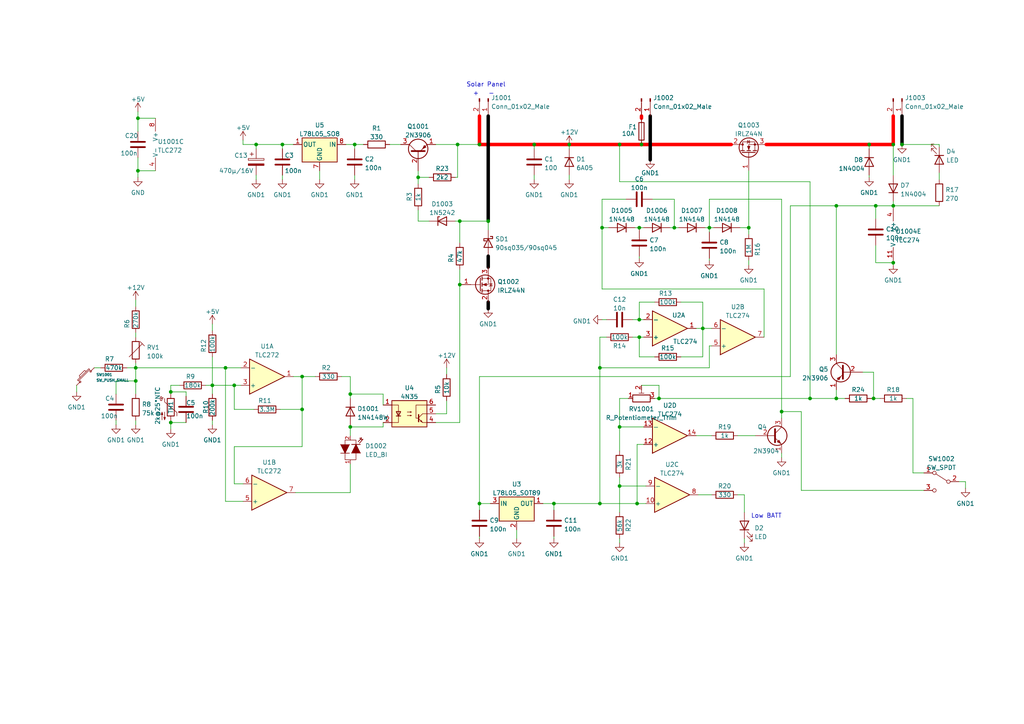
<source format=kicad_sch>
(kicad_sch (version 20211123) (generator eeschema)
  (paper "A4")
  (lib_symbols
    (symbol "Amplifier_Operational:TLC272" (pin_names (offset 0.127))
      (property "Reference" "U" (at 0 5.08 0))
      (property "Value" "TLC272" (at 0 -5.08 0))
      (symbol "TLC272_1_1"
        (pin output line (at 7.62 0 180) (length 2.54) (name "~") (number "1"))
        (pin input line (at -7.62 -2.54 0) (length 2.54) (name "-") (number "2"))
        (pin input line (at -7.62 2.54 0) (length 2.54) (name "+") (number "3"))
      )
      (symbol "TLC272_2_1"
        (pin input line (at -7.62 2.54 0) (length 2.54) (name "+") (number "5"))
        (pin input line (at -7.62 -2.54 0) (length 2.54) (name "-") (number "6"))
        (pin output line (at 7.62 0 180) (length 2.54) (name "~") (number "7"))
      )
      (symbol "TLC272_3_1"
        (pin power_in line (at -2.54 -7.62 90) (length 3.81) (name "V-") (number "4"))
        (pin power_in line (at -2.54 7.62 270) (length 3.81) (name "V+") (number "8"))
      )
    )
    (symbol "Amplifier_Operational:TLC274" (pin_names (offset 0.127))
      (property "Reference" "U" (at 0 5.08 0))
      (property "Value" "TLC274" (at 0 -5.08 0))
      (symbol "TLC274_1_1"
        (pin output line (at 7.62 0 180) (length 2.54) (name "~") (number "1"))
        (pin input line (at -7.62 -2.54 0) (length 2.54) (name "-") (number "2"))
        (pin input line (at -7.62 2.54 0) (length 2.54) (name "+") (number "3"))
      )
      (symbol "TLC274_2_1"
        (pin input line (at -7.62 2.54 0) (length 2.54) (name "+") (number "5"))
        (pin input line (at -7.62 -2.54 0) (length 2.54) (name "-") (number "6"))
        (pin output line (at 7.62 0 180) (length 2.54) (name "~") (number "7"))
      )
      (symbol "TLC274_3_1"
        (pin input line (at -7.62 2.54 0) (length 2.54) (name "+") (number "10"))
        (pin output line (at 7.62 0 180) (length 2.54) (name "~") (number "8"))
        (pin input line (at -7.62 -2.54 0) (length 2.54) (name "-") (number "9"))
      )
      (symbol "TLC274_4_1"
        (pin input line (at -7.62 2.54 0) (length 2.54) (name "+") (number "12"))
        (pin input line (at -7.62 -2.54 0) (length 2.54) (name "-") (number "13"))
        (pin output line (at 7.62 0 180) (length 2.54) (name "~") (number "14"))
      )
      (symbol "TLC274_5_1"
        (pin power_in line (at -2.54 -7.62 90) (length 3.81) (name "V-") (number "11"))
        (pin power_in line (at -2.54 7.62 270) (length 3.81) (name "V+") (number "4"))
      )
    )
    (symbol "CEN-SCHEMA:LED_BI" (pin_names (offset 1.016) hide)
      (property "Reference" "D" (at 4.445 0.889 0))
      (property "Value" "LED_BI" (at 4.445 -4.191 0))
      (symbol "LED_BI_1_1"
        (pin passive line (at 0 0 0) (length 1.27) (name "A") (number "1"))
        (pin passive line (at 8.255 0 180) (length 1.27) (name "K") (number "2"))
      )
    )
    (symbol "CEN-SCHEMA:SW_PUSH_SMALL" (pin_numbers hide) (pin_names (offset 1.016) hide)
      (property "Reference" "SW" (at 3.81 2.794 0))
      (property "Value" "SW_PUSH_SMALL" (at 0 -2.0066 0))
      (symbol "SW_PUSH_SMALL_0_1"
        (pin passive line (at -2.54 2.54 0) (length 0) (name "1") (number "1"))
        (pin passive line (at 2.54 -2.54 180) (length 0) (name "2") (number "2"))
      )
    )
    (symbol "Connector:Conn_01x02_Male" (pin_names (offset 1.016) hide)
      (property "Reference" "J" (at 0 2.54 0))
      (property "Value" "Conn_01x02_Male" (at 0 -5.08 0))
      (symbol "Conn_01x02_Male_1_1"
        (pin passive line (at 5.08 0 180) (length 3.81) (name "Pin_1") (number "1"))
        (pin passive line (at 5.08 -2.54 180) (length 3.81) (name "Pin_2") (number "2"))
      )
    )
    (symbol "Device:C" (pin_numbers hide) (pin_names (offset 0.254))
      (property "Reference" "C" (at 0.635 2.54 0))
      (property "Value" "C" (at 0.635 -2.54 0))
      (symbol "C_1_1"
        (pin passive line (at 0 3.81 270) (length 2.794) (name "~") (number "1"))
        (pin passive line (at 0 -3.81 90) (length 2.794) (name "~") (number "2"))
      )
    )
    (symbol "Device:C_Polarized" (pin_numbers hide) (pin_names (offset 0.254))
      (property "Reference" "C" (at 0.635 2.54 0))
      (property "Value" "C_Polarized" (at 0.635 -2.54 0))
      (symbol "C_Polarized_1_1"
        (pin passive line (at 0 3.81 270) (length 2.794) (name "~") (number "1"))
        (pin passive line (at 0 -3.81 90) (length 2.794) (name "~") (number "2"))
      )
    )
    (symbol "Device:D" (pin_numbers hide) (pin_names (offset 1.016) hide)
      (property "Reference" "D" (at 0 2.54 0))
      (property "Value" "D" (at 0 -2.54 0))
      (symbol "D_1_1"
        (pin passive line (at -3.81 0 0) (length 2.54) (name "K") (number "1"))
        (pin passive line (at 3.81 0 180) (length 2.54) (name "A") (number "2"))
      )
    )
    (symbol "Device:D_Schottky" (pin_numbers hide) (pin_names (offset 1.016) hide)
      (property "Reference" "D" (at 0 2.54 0))
      (property "Value" "D_Schottky" (at 0 -2.54 0))
      (symbol "D_Schottky_1_1"
        (pin passive line (at -3.81 0 0) (length 2.54) (name "K") (number "1"))
        (pin passive line (at 3.81 0 180) (length 2.54) (name "A") (number "2"))
      )
    )
    (symbol "Device:D_Zener" (pin_numbers hide) (pin_names (offset 1.016) hide)
      (property "Reference" "D" (at 0 2.54 0))
      (property "Value" "D_Zener" (at 0 -2.54 0))
      (symbol "D_Zener_1_1"
        (pin passive line (at -3.81 0 0) (length 2.54) (name "K") (number "1"))
        (pin passive line (at 3.81 0 180) (length 2.54) (name "A") (number "2"))
      )
    )
    (symbol "Device:Fuse" (pin_numbers hide) (pin_names (offset 0))
      (property "Reference" "F" (at 2.032 0 90))
      (property "Value" "Fuse" (at -1.905 0 90))
      (symbol "Fuse_1_1"
        (pin passive line (at 0 3.81 270) (length 1.27) (name "~") (number "1"))
        (pin passive line (at 0 -3.81 90) (length 1.27) (name "~") (number "2"))
      )
    )
    (symbol "Device:LED" (pin_numbers hide) (pin_names (offset 1.016) hide)
      (property "Reference" "D" (at 0 2.54 0))
      (property "Value" "LED" (at 0 -2.54 0))
      (symbol "LED_1_1"
        (pin passive line (at -3.81 0 0) (length 2.54) (name "K") (number "1"))
        (pin passive line (at 3.81 0 180) (length 2.54) (name "A") (number "2"))
      )
    )
    (symbol "Device:R" (pin_numbers hide) (pin_names (offset 0))
      (property "Reference" "R" (at 2.032 0 90))
      (property "Value" "R" (at 0 0 90))
      (symbol "R_1_1"
        (pin passive line (at 0 3.81 270) (length 1.27) (name "~") (number "1"))
        (pin passive line (at 0 -3.81 90) (length 1.27) (name "~") (number "2"))
      )
    )
    (symbol "Device:R_Potentiometer_Trim" (pin_names (offset 1.016) hide)
      (property "Reference" "RV" (at -4.445 0 90))
      (property "Value" "R_Potentiometer_Trim" (at -2.54 0 90))
      (symbol "R_Potentiometer_Trim_1_1"
        (pin passive line (at 0 3.81 270) (length 1.27) (name "1") (number "1"))
        (pin passive line (at 3.81 0 180) (length 1.27) (name "2") (number "2"))
        (pin passive line (at 0 -3.81 90) (length 1.27) (name "3") (number "3"))
      )
    )
    (symbol "Device:R_Trim" (pin_numbers hide) (pin_names (offset 0))
      (property "Reference" "R" (at 2.54 -2.54 90))
      (property "Value" "R_Trim" (at -2.54 -0.635 90))
      (symbol "R_Trim_1_1"
        (pin passive line (at 0 3.81 270) (length 1.27) (name "~") (number "1"))
        (pin passive line (at 0 -3.81 90) (length 1.27) (name "~") (number "2"))
      )
    )
    (symbol "Device:Thermistor_NTC" (pin_numbers hide) (pin_names (offset 0))
      (property "Reference" "TH" (at -4.445 0 90))
      (property "Value" "Thermistor_NTC" (at 3.175 0 90))
      (symbol "Thermistor_NTC_1_1"
        (pin passive line (at 0 3.81 270) (length 1.27) (name "~") (number "1"))
        (pin passive line (at 0 -3.81 90) (length 1.27) (name "~") (number "2"))
      )
    )
    (symbol "Diode:1N4148" (pin_numbers hide) (pin_names (offset 1.016) hide)
      (property "Reference" "D" (at 0 2.54 0))
      (property "Value" "1N4148" (at 0 -2.54 0))
      (symbol "1N4148_1_1"
        (pin passive line (at -3.81 0 0) (length 2.54) (name "K") (number "1"))
        (pin passive line (at 3.81 0 180) (length 2.54) (name "A") (number "2"))
      )
    )
    (symbol "Diode:1N4148W" (pin_numbers hide) (pin_names (offset 1.016) hide)
      (property "Reference" "D" (at 0 2.54 0))
      (property "Value" "1N4148W" (at 0 -2.54 0))
      (symbol "1N4148W_1_1"
        (pin passive line (at -3.81 0 0) (length 2.54) (name "K") (number "1"))
        (pin passive line (at 3.81 0 180) (length 2.54) (name "A") (number "2"))
      )
    )
    (symbol "Isolator:4N35" (pin_names (offset 1.016))
      (property "Reference" "U" (at -5.08 5.08 0))
      (property "Value" "4N35" (at 0 5.08 0))
      (symbol "4N35_1_1"
        (pin passive line (at -7.62 2.54 0) (length 2.54) (name "~") (number "1"))
        (pin passive line (at -7.62 -2.54 0) (length 2.54) (name "~") (number "2"))
        (pin no_connect line (at -5.08 0 0) (length 2.54) hide (name "NC") (number "3"))
        (pin passive line (at 7.62 -2.54 180) (length 2.54) (name "~") (number "4"))
        (pin passive line (at 7.62 0 180) (length 2.54) (name "~") (number "5"))
        (pin passive line (at 7.62 2.54 180) (length 2.54) (name "~") (number "6"))
      )
    )
    (symbol "Regulator_Linear:L78L05_SO8" (pin_names (offset 0.254))
      (property "Reference" "U" (at -3.81 3.175 0))
      (property "Value" "L78L05_SO8" (at 0 3.175 0))
      (symbol "L78L05_SO8_1_1"
        (pin power_out line (at 7.62 0 180) (length 2.54) (name "OUT") (number "1"))
        (pin passive line (at 0 -7.62 90) (length 2.54) hide (name "GND") (number "2"))
        (pin passive line (at 0 -7.62 90) (length 2.54) hide (name "GND") (number "3"))
        (pin no_connect line (at -5.08 -2.54 0) (length 2.54) hide (name "NC") (number "4"))
        (pin no_connect line (at 5.08 -2.54 180) (length 2.54) hide (name "NC") (number "5"))
        (pin passive line (at 0 -7.62 90) (length 2.54) hide (name "GND") (number "6"))
        (pin power_in line (at 0 -7.62 90) (length 2.54) (name "GND") (number "7"))
        (pin power_in line (at -7.62 0 0) (length 2.54) (name "IN") (number "8"))
      )
    )
    (symbol "Regulator_Linear:L78L05_SOT89" (pin_names (offset 0.254))
      (property "Reference" "U" (at -3.81 3.175 0))
      (property "Value" "L78L05_SOT89" (at -0.635 3.175 0))
      (symbol "L78L05_SOT89_1_1"
        (pin power_out line (at 7.62 0 180) (length 2.54) (name "OUT") (number "1"))
        (pin power_in line (at 0 -7.62 90) (length 2.54) (name "GND") (number "2"))
        (pin power_in line (at -7.62 0 0) (length 2.54) (name "IN") (number "3"))
      )
    )
    (symbol "Switch:SW_SPDT" (pin_names (offset 0) hide)
      (property "Reference" "SW" (at 0 4.318 0))
      (property "Value" "SW_SPDT" (at 0 -5.08 0))
      (symbol "SW_SPDT_1_1"
        (pin passive line (at 5.08 2.54 180) (length 2.54) (name "A") (number "1"))
        (pin passive line (at -5.08 0 0) (length 2.54) (name "B") (number "2"))
        (pin passive line (at 5.08 -2.54 180) (length 2.54) (name "C") (number "3"))
      )
    )
    (symbol "Transistor_BJT:2N3904" (pin_names (offset 0) hide)
      (property "Reference" "Q" (at 5.08 1.905 0))
      (property "Value" "2N3904" (at 5.08 0 0))
      (symbol "2N3904_1_1"
        (pin passive line (at 2.54 -5.08 90) (length 2.54) (name "E") (number "1"))
        (pin passive line (at -5.08 0 0) (length 5.715) (name "B") (number "2"))
        (pin passive line (at 2.54 5.08 270) (length 2.54) (name "C") (number "3"))
      )
    )
    (symbol "Transistor_BJT:2N3906" (pin_names (offset 0) hide)
      (property "Reference" "Q" (at 5.08 1.905 0))
      (property "Value" "2N3906" (at 5.08 0 0))
      (symbol "2N3906_1_1"
        (pin passive line (at 2.54 -5.08 90) (length 2.54) (name "E") (number "1"))
        (pin input line (at -5.08 0 0) (length 5.715) (name "B") (number "2"))
        (pin passive line (at 2.54 5.08 270) (length 2.54) (name "C") (number "3"))
      )
    )
    (symbol "Transistor_FET:IRLZ44N" (pin_names hide)
      (property "Reference" "Q" (at 6.35 1.905 0))
      (property "Value" "IRLZ44N" (at 6.35 0 0))
      (symbol "IRLZ44N_1_1"
        (pin input line (at -5.08 0 0) (length 2.54) (name "G") (number "1"))
        (pin passive line (at 2.54 5.08 270) (length 2.54) (name "D") (number "2"))
        (pin passive line (at 2.54 -5.08 90) (length 2.54) (name "S") (number "3"))
      )
    )
    (symbol "power:+12V" (power) (pin_names (offset 0))
      (property "Value" "+12V" (at 0 3.556 0))
      (symbol "+12V_1_1"
        (pin power_in line (at 0 0 90) (length 0) hide (name "+12V") (number "1"))
      )
    )
    (symbol "power:+5V" (power) (pin_names (offset 0))
      (property "Value" "+5V" (at 0 3.556 0))
      (symbol "+5V_1_1"
        (pin power_in line (at 0 0 90) (length 0) hide (name "+5V") (number "1"))
      )
    )
    (symbol "power:GND" (power) (pin_names (offset 0))
      (property "Value" "GND" (at 0 -3.81 0))
      (symbol "GND_1_1"
        (pin power_in line (at 0 0 270) (length 0) hide (name "GND") (number "1"))
      )
    )
    (symbol "power:GND1" (power) (pin_names (offset 0))
      (property "Value" "GND1" (at 0 -3.81 0))
      (symbol "GND1_1_1"
        (pin power_in line (at 0 0 270) (length 0) hide (name "GND1") (number "1"))
      )
    )
  )
  (junction (at 81.915 41.91))
  (junction (at 102.87 41.91))
  (junction (at 165.1 41.91))
  (junction (at 174.625 66.04))
  (junction (at 65.405 106.68))
  (junction (at 101.6 123.825))
  (junction (at 139.065 146.05))
  (junction (at 87.63 118.745))
  (junction (at 40.005 49.53))
  (junction (at 185.42 97.79))
  (junction (at 74.295 41.91))
  (junction (at 242.57 59.69))
  (junction (at 133.35 64.135))
  (junction (at 173.99 106.68))
  (junction (at 253.365 115.57))
  (junction (at 132.715 41.91))
  (junction (at 133.35 82.55))
  (junction (at 259.08 41.91))
  (junction (at 179.705 123.825))
  (junction (at 179.705 140.97))
  (junction (at 173.99 146.05))
  (junction (at 39.37 110.49))
  (junction (at 217.17 66.04))
  (junction (at 186.055 41.91))
  (junction (at 101.6 114.3))
  (junction (at 179.705 41.91))
  (junction (at 185.42 66.04))
  (junction (at 259.08 59.69))
  (junction (at 203.835 95.25))
  (junction (at 87.63 109.22))
  (junction (at 254 59.69))
  (junction (at 139.065 41.91))
  (junction (at 195.58 66.04))
  (junction (at 226.695 119.38))
  (junction (at 154.94 41.91))
  (junction (at 39.37 106.68))
  (junction (at 261.62 41.91))
  (junction (at 121.285 51.435))
  (junction (at 40.005 34.29))
  (junction (at 205.74 66.04))
  (junction (at 184.785 146.05))
  (junction (at 234.95 115.57))
  (junction (at 259.08 76.2))
  (junction (at 49.53 122.555))
  (junction (at 185.42 92.71))
  (junction (at 160.655 146.05))
  (junction (at 242.57 115.57))
  (junction (at 252.095 41.91))
  (junction (at 191.135 115.57))
  (junction (at 67.945 111.76))
  (junction (at 61.595 111.76))
  (junction (at 141.605 64.135))
  (junction (at 49.53 113.665))
  (wire (pts (xy 205.74 57.785) (xy 226.695 57.785)))
  (wire (pts (xy 139.065 109.22) (xy 229.235 109.22)))
  (wire (pts (xy 264.795 115.57) (xy 264.795 137.16)))
  (wire (pts (xy 49.53 122.555) (xy 49.53 124.46)))
  (wire (pts (xy 87.63 118.745) (xy 87.63 129.54)))
  (wire (pts (xy 226.695 119.38) (xy 226.695 121.285)))
  (wire (pts (xy 185.42 74.295) (xy 185.42 74.93)))
  (wire (pts (xy 179.705 115.57) (xy 179.705 123.825)))
  (wire (pts (xy 165.1 41.91) (xy 165.1 43.18)))
  (wire (pts (xy 185.42 97.79) (xy 186.69 97.79)))
  (wire (pts (xy 174.625 92.71) (xy 175.895 92.71)))
  (wire (pts (xy 173.99 146.05) (xy 173.99 106.68)))
  (wire (pts (xy 197.485 87.63) (xy 203.835 87.63)))
  (wire (pts (xy 67.945 111.76) (xy 69.85 111.76)))
  (wire (pts (xy 61.595 121.92) (xy 61.595 123.19)))
  (wire (pts (xy 39.37 86.995) (xy 39.37 88.9)))
  (wire (pts (xy 40.005 34.29) (xy 45.085 34.29)))
  (wire (pts (xy 101.6 123.825) (xy 111.125 123.825)))
  (wire (pts (xy 201.93 95.25) (xy 203.835 95.25)))
  (wire (pts (xy 70.485 41.91) (xy 74.295 41.91)))
  (wire (pts (xy 141.605 64.135) (xy 141.605 66.675)))
  (wire (pts (xy 261.62 33.655) (xy 261.62 41.91)) (stroke (width 1) (color 0 0 0 1)))
  (wire (pts (xy 101.6 123.825) (xy 101.6 126.365)))
  (wire (pts (xy 52.07 111.76) (xy 49.53 111.76)))
  (wire (pts (xy 205.74 66.04) (xy 205.74 57.785)))
  (wire (pts (xy 234.95 52.705) (xy 179.705 52.705)))
  (wire (pts (xy 40.005 49.53) (xy 40.005 51.435)))
  (wire (pts (xy 179.705 140.97) (xy 187.325 140.97)))
  (wire (pts (xy 129.54 106.68) (xy 129.54 108.585)))
  (wire (pts (xy 222.25 41.91) (xy 252.095 41.91)) (stroke (width 1) (color 255 0 0 1)))
  (wire (pts (xy 259.08 41.91) (xy 259.08 50.8)))
  (wire (pts (xy 126.365 122.555) (xy 133.35 122.555)))
  (wire (pts (xy 101.6 114.3) (xy 111.125 114.3)))
  (wire (pts (xy 49.53 111.76) (xy 49.53 113.665)))
  (wire (pts (xy 252.095 50.8) (xy 252.095 51.435)))
  (wire (pts (xy 202.565 143.51) (xy 206.375 143.51)))
  (wire (pts (xy 232.41 119.38) (xy 226.695 119.38)))
  (wire (pts (xy 100.33 41.91) (xy 102.87 41.91)))
  (wire (pts (xy 101.6 114.3) (xy 101.6 115.57)))
  (wire (pts (xy 217.17 75.565) (xy 217.17 76.835)))
  (wire (pts (xy 254 59.69) (xy 254 63.5)))
  (wire (pts (xy 81.915 50.8) (xy 81.915 52.07)))
  (wire (pts (xy 182.245 115.57) (xy 179.705 115.57)))
  (wire (pts (xy 242.57 115.57) (xy 245.11 115.57)))
  (wire (pts (xy 65.405 106.68) (xy 69.85 106.68)))
  (wire (pts (xy 165.1 50.8) (xy 165.1 52.07)))
  (wire (pts (xy 174.625 57.785) (xy 181.61 57.785)))
  (wire (pts (xy 39.37 96.52) (xy 39.37 97.79)))
  (wire (pts (xy 173.99 106.68) (xy 173.99 97.79)))
  (wire (pts (xy 40.005 32.385) (xy 40.005 34.29)))
  (wire (pts (xy 174.625 66.04) (xy 176.53 66.04)))
  (wire (pts (xy 191.135 111.76) (xy 186.055 111.76)))
  (wire (pts (xy 65.405 145.415) (xy 70.485 145.415)))
  (wire (pts (xy 213.995 126.365) (xy 219.075 126.365)))
  (wire (pts (xy 139.065 146.05) (xy 139.065 147.955)))
  (wire (pts (xy 264.795 137.16) (xy 267.97 137.16)))
  (wire (pts (xy 242.57 113.03) (xy 242.57 115.57)))
  (wire (pts (xy 126.365 120.015) (xy 129.54 120.015)))
  (wire (pts (xy 141.605 87.63) (xy 141.605 89.535)) (stroke (width 1) (color 0 0 0 1)))
  (wire (pts (xy 81.28 118.745) (xy 87.63 118.745)))
  (wire (pts (xy 102.87 41.91) (xy 102.87 43.18)))
  (wire (pts (xy 259.08 41.91) (xy 259.08 33.655)) (stroke (width 1) (color 255 0 0 1)))
  (wire (pts (xy 39.37 121.92) (xy 39.37 123.19)))
  (wire (pts (xy 102.87 50.8) (xy 102.87 52.07)))
  (wire (pts (xy 201.93 126.365) (xy 206.375 126.365)))
  (wire (pts (xy 174.625 57.785) (xy 174.625 66.04)))
  (wire (pts (xy 160.655 155.575) (xy 160.655 156.21)))
  (wire (pts (xy 179.705 138.43) (xy 179.705 140.97)))
  (wire (pts (xy 160.655 146.05) (xy 173.99 146.05)))
  (wire (pts (xy 261.62 41.91) (xy 272.415 41.91)))
  (wire (pts (xy 132.715 51.435) (xy 132.715 41.91)))
  (wire (pts (xy 205.74 100.33) (xy 205.74 106.68)))
  (wire (pts (xy 254 59.69) (xy 242.57 59.69)))
  (wire (pts (xy 185.42 103.505) (xy 185.42 97.79)))
  (wire (pts (xy 184.15 66.04) (xy 185.42 66.04)))
  (wire (pts (xy 213.995 143.51) (xy 215.9 143.51)))
  (wire (pts (xy 203.835 95.25) (xy 206.375 95.25)))
  (wire (pts (xy 242.57 59.69) (xy 242.57 102.87)))
  (wire (pts (xy 206.375 100.33) (xy 205.74 100.33)))
  (wire (pts (xy 40.005 49.53) (xy 40.005 45.72)))
  (wire (pts (xy 101.6 109.22) (xy 101.6 114.3)))
  (wire (pts (xy 121.285 49.53) (xy 121.285 51.435)))
  (wire (pts (xy 121.285 64.135) (xy 124.46 64.135)))
  (wire (pts (xy 101.6 142.875) (xy 101.6 134.62)))
  (wire (pts (xy 142.24 146.05) (xy 139.065 146.05)))
  (wire (pts (xy 234.95 115.57) (xy 234.95 52.705)))
  (wire (pts (xy 259.08 75.565) (xy 259.08 76.2)))
  (wire (pts (xy 184.785 146.05) (xy 184.785 128.905)))
  (wire (pts (xy 191.135 115.57) (xy 191.135 111.76)))
  (wire (pts (xy 92.71 49.53) (xy 92.71 52.07)))
  (wire (pts (xy 185.42 92.71) (xy 186.69 92.71)))
  (wire (pts (xy 165.1 41.91) (xy 179.705 41.91)) (stroke (width 1) (color 255 0 0 1)))
  (wire (pts (xy 133.35 64.135) (xy 133.35 70.485)))
  (wire (pts (xy 185.42 92.71) (xy 185.42 87.63)))
  (wire (pts (xy 221.615 83.82) (xy 221.615 97.79)))
  (wire (pts (xy 183.515 92.71) (xy 185.42 92.71)))
  (wire (pts (xy 179.705 41.91) (xy 186.055 41.91)) (stroke (width 1) (color 255 0 0 1)))
  (wire (pts (xy 129.54 120.015) (xy 129.54 116.205)))
  (wire (pts (xy 259.08 59.69) (xy 259.08 60.325)))
  (wire (pts (xy 61.595 111.76) (xy 61.595 114.3)))
  (wire (pts (xy 194.31 66.04) (xy 195.58 66.04)))
  (wire (pts (xy 242.57 115.57) (xy 234.95 115.57)))
  (wire (pts (xy 205.74 66.04) (xy 207.01 66.04)))
  (wire (pts (xy 133.35 64.135) (xy 141.605 64.135)))
  (wire (pts (xy 74.295 41.91) (xy 74.295 43.18)))
  (wire (pts (xy 203.835 103.505) (xy 197.485 103.505)))
  (wire (pts (xy 205.74 106.68) (xy 173.99 106.68)))
  (wire (pts (xy 183.515 97.79) (xy 185.42 97.79)))
  (wire (pts (xy 154.94 50.8) (xy 154.94 52.07)))
  (wire (pts (xy 234.95 115.57) (xy 191.135 115.57)))
  (wire (pts (xy 253.365 115.57) (xy 255.27 115.57)))
  (wire (pts (xy 133.35 82.55) (xy 133.985 82.55)))
  (wire (pts (xy 254 71.12) (xy 254 76.2)))
  (wire (pts (xy 39.37 105.41) (xy 39.37 106.68)))
  (wire (pts (xy 214.63 66.04) (xy 217.17 66.04)))
  (wire (pts (xy 179.705 140.97) (xy 179.705 148.59)))
  (wire (pts (xy 139.065 41.91) (xy 154.94 41.91)) (stroke (width 1) (color 255 0 0 1)))
  (wire (pts (xy 27.305 106.68) (xy 29.21 106.68)))
  (wire (pts (xy 33.655 110.49) (xy 39.37 110.49)))
  (wire (pts (xy 74.295 41.91) (xy 81.915 41.91)))
  (wire (pts (xy 101.6 123.19) (xy 101.6 123.825)))
  (wire (pts (xy 186.055 33.655) (xy 186.055 34.29)) (stroke (width 1) (color 255 0 0 1)))
  (wire (pts (xy 154.94 41.91) (xy 165.1 41.91)) (stroke (width 1) (color 255 0 0 1)))
  (wire (pts (xy 252.095 41.91) (xy 259.08 41.91)) (stroke (width 1) (color 255 0 0 1)))
  (wire (pts (xy 203.835 95.25) (xy 203.835 103.505)))
  (wire (pts (xy 174.625 66.04) (xy 174.625 83.82)))
  (wire (pts (xy 121.285 60.96) (xy 121.285 64.135)))
  (wire (pts (xy 87.63 118.745) (xy 87.63 109.22)))
  (wire (pts (xy 67.945 118.745) (xy 73.66 118.745)))
  (wire (pts (xy 272.415 50.165) (xy 272.415 52.07)))
  (wire (pts (xy 252.095 41.91) (xy 252.095 43.18)))
  (wire (pts (xy 49.53 113.665) (xy 49.53 114.3)))
  (wire (pts (xy 22.225 111.76) (xy 22.225 113.665)))
  (wire (pts (xy 226.695 57.785) (xy 226.695 119.38)))
  (wire (pts (xy 259.08 58.42) (xy 259.08 59.69)))
  (wire (pts (xy 132.715 41.91) (xy 126.365 41.91)))
  (wire (pts (xy 259.08 59.69) (xy 254 59.69)))
  (wire (pts (xy 139.065 33.655) (xy 139.065 41.91)) (stroke (width 1) (color 255 0 0 1)))
  (wire (pts (xy 253.365 115.57) (xy 252.73 115.57)))
  (wire (pts (xy 187.325 146.05) (xy 184.785 146.05)))
  (wire (pts (xy 203.835 87.63) (xy 203.835 95.25)))
  (wire (pts (xy 49.53 113.665) (xy 53.975 113.665)))
  (wire (pts (xy 49.53 122.555) (xy 53.975 122.555)))
  (wire (pts (xy 259.08 59.69) (xy 272.415 59.69)))
  (wire (pts (xy 179.705 123.825) (xy 179.705 130.81)))
  (wire (pts (xy 205.74 66.04) (xy 205.74 67.31)))
  (wire (pts (xy 179.705 156.21) (xy 179.705 157.48)))
  (wire (pts (xy 215.9 143.51) (xy 215.9 148.59)))
  (wire (pts (xy 132.715 41.91) (xy 139.065 41.91)))
  (wire (pts (xy 67.945 111.76) (xy 67.945 118.745)))
  (wire (pts (xy 111.125 114.3) (xy 111.125 117.475)))
  (wire (pts (xy 49.53 121.92) (xy 49.53 122.555)))
  (wire (pts (xy 99.06 109.22) (xy 101.6 109.22)))
  (wire (pts (xy 184.785 128.905) (xy 186.69 128.905)))
  (wire (pts (xy 179.705 123.825) (xy 186.69 123.825)))
  (wire (pts (xy 189.865 103.505) (xy 185.42 103.505)))
  (wire (pts (xy 149.86 153.67) (xy 149.86 156.21)))
  (wire (pts (xy 185.42 66.04) (xy 185.42 66.675)))
  (wire (pts (xy 195.58 57.785) (xy 195.58 66.04)))
  (wire (pts (xy 61.595 103.505) (xy 61.595 111.76)))
  (wire (pts (xy 87.63 109.22) (xy 91.44 109.22)))
  (wire (pts (xy 36.83 106.68) (xy 39.37 106.68)))
  (wire (pts (xy 195.58 66.04) (xy 196.85 66.04)))
  (wire (pts (xy 70.485 40.64) (xy 70.485 41.91)))
  (wire (pts (xy 226.695 131.445) (xy 226.695 132.715)))
  (wire (pts (xy 139.065 155.575) (xy 139.065 156.21)))
  (wire (pts (xy 232.41 142.24) (xy 232.41 119.38)))
  (wire (pts (xy 217.17 66.04) (xy 217.17 49.53)))
  (wire (pts (xy 59.69 111.76) (xy 61.595 111.76)))
  (wire (pts (xy 184.785 146.05) (xy 173.99 146.05)))
  (wire (pts (xy 133.35 82.55) (xy 133.35 122.555)))
  (wire (pts (xy 53.975 113.665) (xy 53.975 114.935)))
  (wire (pts (xy 217.17 66.04) (xy 217.17 67.945)))
  (wire (pts (xy 185.42 66.04) (xy 186.69 66.04)))
  (wire (pts (xy 272.415 41.91) (xy 272.415 42.545)))
  (wire (pts (xy 160.655 146.05) (xy 160.655 147.955)))
  (wire (pts (xy 39.37 106.68) (xy 39.37 110.49)))
  (wire (pts (xy 85.725 142.875) (xy 101.6 142.875)))
  (wire (pts (xy 186.055 41.91) (xy 212.09 41.91)) (stroke (width 1) (color 255 0 0 1)))
  (wire (pts (xy 39.37 110.49) (xy 39.37 114.3)))
  (wire (pts (xy 189.865 115.57) (xy 191.135 115.57)))
  (wire (pts (xy 132.08 64.135) (xy 133.35 64.135)))
  (wire (pts (xy 204.47 66.04) (xy 205.74 66.04)))
  (wire (pts (xy 154.94 41.91) (xy 154.94 43.18)))
  (wire (pts (xy 102.87 41.91) (xy 105.41 41.91)))
  (wire (pts (xy 139.065 146.05) (xy 139.065 109.22)))
  (wire (pts (xy 33.655 114.3) (xy 33.655 110.49)))
  (wire (pts (xy 65.405 106.68) (xy 65.405 145.415)))
  (wire (pts (xy 45.085 49.53) (xy 40.005 49.53)))
  (wire (pts (xy 132.08 51.435) (xy 132.715 51.435)))
  (wire (pts (xy 185.42 87.63) (xy 189.865 87.63)))
  (wire (pts (xy 232.41 142.24) (xy 267.97 142.24)))
  (wire (pts (xy 215.9 156.21) (xy 215.9 157.48)))
  (wire (pts (xy 229.235 59.69) (xy 229.235 109.22)))
  (wire (pts (xy 33.655 121.92) (xy 33.655 123.19)))
  (wire (pts (xy 259.08 76.2) (xy 259.08 76.835)))
  (wire (pts (xy 254 76.2) (xy 259.08 76.2)))
  (wire (pts (xy 278.13 139.7) (xy 280.035 139.7)))
  (wire (pts (xy 81.915 41.91) (xy 81.915 43.18)))
  (wire (pts (xy 121.285 51.435) (xy 121.285 53.34)))
  (wire (pts (xy 179.705 52.705) (xy 179.705 41.91)))
  (wire (pts (xy 280.035 139.7) (xy 280.035 141.605)))
  (wire (pts (xy 67.945 140.335) (xy 70.485 140.335)))
  (wire (pts (xy 253.365 107.95) (xy 253.365 115.57)))
  (wire (pts (xy 61.595 111.76) (xy 67.945 111.76)))
  (wire (pts (xy 67.945 129.54) (xy 67.945 140.335)))
  (wire (pts (xy 141.605 74.295) (xy 141.605 77.47)) (stroke (width 1) (color 0 0 0 1)))
  (wire (pts (xy 205.74 74.93) (xy 205.74 75.565)))
  (wire (pts (xy 262.89 115.57) (xy 264.795 115.57)))
  (wire (pts (xy 242.57 59.69) (xy 229.235 59.69)))
  (wire (pts (xy 121.285 51.435) (xy 124.46 51.435)))
  (wire (pts (xy 74.295 50.8) (xy 74.295 52.07)))
  (wire (pts (xy 189.23 57.785) (xy 195.58 57.785)))
  (wire (pts (xy 87.63 109.22) (xy 85.09 109.22)))
  (wire (pts (xy 174.625 83.82) (xy 221.615 83.82)))
  (wire (pts (xy 40.005 34.29) (xy 40.005 38.1)))
  (wire (pts (xy 87.63 129.54) (xy 67.945 129.54)))
  (wire (pts (xy 61.595 93.98) (xy 61.595 95.885)))
  (wire (pts (xy 188.595 33.655) (xy 188.595 46.355)) (stroke (width 1) (color 0 0 0 1)))
  (wire (pts (xy 81.915 41.91) (xy 85.09 41.91)))
  (wire (pts (xy 113.03 41.91) (xy 116.205 41.91)))
  (wire (pts (xy 250.19 107.95) (xy 253.365 107.95)))
  (wire (pts (xy 173.99 97.79) (xy 175.895 97.79)))
  (wire (pts (xy 111.125 122.555) (xy 111.125 123.825)))
  (wire (pts (xy 39.37 106.68) (xy 65.405 106.68)))
  (wire (pts (xy 141.605 33.655) (xy 141.605 64.135)) (stroke (width 1) (color 0 0 0 1)))
  (wire (pts (xy 133.35 78.105) (xy 133.35 82.55)))
  (wire (pts (xy 157.48 146.05) (xy 160.655 146.05)))
  (text "+   -" (at 137.16 27.94 0) (effects (font (size 1.27 1.27)) (justify left bottom)))
  (text "Low BATT" (at 217.805 150.495 0) (effects (font (size 1.27 1.27)) (justify left bottom)))
  (text "Solar Panel" (at 135.255 25.4 0) (effects (font (size 1.27 1.27)) (justify left bottom)))
  (symbol (lib_id "Transistor_BJT:2N3906") (at 121.285 44.45 90) (unit 1)
    (property "Reference" "Q1001" (at 121.285 36.6608 90))
    (property "Value" "2N3906" (at 121.285 39.1977 90))
    (property "Footprint" "Package_TO_SOT_THT:TO-92_Inline" (effects hide))
    (property "Datasheet" "https://www.onsemi.com/pub/Collateral/2N3906-D.PDF" (effects hide))
  )
  (symbol (lib_id "Amplifier_Operational:TLC272") (at 77.47 109.22 0) (mirror x) (unit 1)
    (property "Reference" "U1" (at 77.47 100.4402 0))
    (property "Value" "TLC272" (at 77.47 102.9771 0))
    (property "Footprint" "Package_SO:SO-8_3.9x4.9mm_P1.27mm" (effects hide))
    (property "Datasheet" "http://www.ti.com/lit/ds/symlink/tlc272.pdf" (effects hide))
  )
  (symbol (lib_id "Device:Thermistor_NTC") (at 49.53 118.11 0) (unit 1)
    (property "Reference" "TH1" (at 49.53 120.015 90) (effects (justify left)))
    (property "Value" "2k@25°NTC" (at 45.72 123.19 90) (effects (justify left)))
    (property "Footprint" "Resistor_SMD:R_0603_1608Metric" (effects hide))
  )
  (symbol (lib_id "Device:R") (at 129.54 112.395 0) (unit 1)
    (property "Reference" "R5" (at 127 114.3 90) (effects (justify left)))
    (property "Value" "10k" (at 129.54 114.3 90) (effects (justify left)))
    (property "Footprint" "Resistor_SMD:R_0603_1608Metric" (effects hide))
  )
  (symbol (lib_id "Device:LED") (at 272.415 46.355 270) (unit 1)
    (property "Reference" "D4" (at 274.447 43.9328 90) (effects (justify left)))
    (property "Value" "LED" (at 274.447 46.4697 90) (effects (justify left)))
    (property "Footprint" "Resistor_SMD:R_0805_2012Metric" (effects hide))
    (property "Footprint" "Resistor_SMD:R_0805_2012Metric" (effects hide))
    (property "Reference" "D4" (effects hide))
    (property "Value" "LED" (effects hide))
  )
  (symbol (lib_id "power:GND1") (at 280.035 141.605 0) (unit 1)
    (property "Reference" "#PWR0115" (effects hide))
    (property "Value" "GND1" (at 280.035 146.0484 0))
  )
  (symbol (lib_id "power:GND1") (at 33.655 123.19 0) (unit 1)
    (property "Reference" "#PWR0121" (effects hide))
    (property "Value" "GND1" (at 33.655 127.6334 0))
  )
  (symbol (lib_id "power:+12V") (at 129.54 106.68 0) (unit 1)
    (property "Reference" "#PWR0123" (effects hide))
    (property "Value" "+12V" (at 129.54 103.1042 0))
  )
  (symbol (lib_id "power:GND1") (at 160.655 156.21 0) (unit 1)
    (property "Reference" "#PWR0102" (effects hide))
    (property "Value" "GND1" (at 160.655 160.6534 0))
  )
  (symbol (lib_id "Amplifier_Operational:TLC274") (at 261.62 67.945 0) (unit 5)
    (property "Reference" "U1004" (at 259.715 67.1103 0) (effects (justify left)))
    (property "Value" "TLC274" (at 259.715 69.6472 0) (effects (justify left)))
    (property "Footprint" "Package_SO:SO-16_3.9x9.9mm_P1.27mm" (effects hide))
    (property "Datasheet" "http://www.ti.com/lit/ds/symlink/tlc274.pdf" (effects hide))
  )
  (symbol (lib_id "Regulator_Linear:L78L05_SOT89") (at 149.86 146.05 0) (unit 1)
    (property "Reference" "U3" (at 149.86 140.4452 0))
    (property "Value" "L78L05_SOT89" (at 149.86 142.9821 0))
    (property "Footprint" "Package_TO_SOT_SMD:SOT-89-3" (effects hide))
    (property "Datasheet" "http://www.st.com/content/ccc/resource/technical/document/datasheet/15/55/e5/aa/23/5b/43/fd/CD00000446.pdf/files/CD00000446.pdf/jcr:content/translations/en.CD00000446.pdf" (effects hide))
  )
  (symbol (lib_id "Diode:1N4148W") (at 101.6 119.38 270) (unit 1)
    (property "Reference" "D1001" (at 103.632 118.5453 90) (effects (justify left)))
    (property "Value" "1N4148W" (at 103.632 121.0822 90) (effects (justify left)))
    (property "Footprint" "Diode_SMD:D_SOD-123" (effects hide))
    (property "Datasheet" "https://www.vishay.com/docs/85748/1n4148w.pdf" (effects hide))
  )
  (symbol (lib_id "Device:R") (at 217.17 71.755 0) (unit 1)
    (property "Reference" "R16" (at 219.71 74.295 90) (effects (justify left)))
    (property "Value" "1M" (at 217.17 73.66 90) (effects (justify left)))
    (property "Footprint" "Resistor_SMD:R_0603_1608Metric" (effects hide))
  )
  (symbol (lib_id "Amplifier_Operational:TLC272") (at 78.105 142.875 0) (mirror x) (unit 2)
    (property "Reference" "U1" (at 78.105 134.0952 0))
    (property "Value" "TLC272" (at 78.105 136.6321 0))
    (property "Footprint" "Package_SO:SO-8_3.9x4.9mm_P1.27mm" (effects hide))
    (property "Datasheet" "http://www.ti.com/lit/ds/symlink/tlc272.pdf" (effects hide))
  )
  (symbol (lib_id "Device:D") (at 165.1 46.99 270) (unit 1)
    (property "Reference" "D1" (at 167.132 46.1553 90) (effects (justify left)))
    (property "Value" "6A05" (at 167.132 48.6922 90) (effects (justify left)))
  )
  (symbol (lib_id "Device:D_Schottky") (at 141.605 70.485 270) (unit 1)
    (property "Reference" "SD1" (at 143.637 69.3328 90) (effects (justify left)))
    (property "Value" "90sq035/90sq045" (at 143.637 71.8697 90) (effects (justify left)))
    (property "Footprint" "Diode_SMD:D_MiniMELF" (effects hide))
  )
  (symbol (lib_id "Diode:1N4148") (at 190.5 66.04 180) (unit 1)
    (property "Reference" "D1006" (at 190.5 61.0702 0))
    (property "Value" "1N4148" (at 190.5 63.6071 0))
    (property "Footprint" "Diode_THT:D_DO-35_SOD27_P7.62mm_Horizontal" (effects hide))
    (property "Datasheet" "https://assets.nexperia.com/documents/data-sheet/1N4148_1N4448.pdf" (effects hide))
  )
  (symbol (lib_id "power:GND1") (at 141.605 89.535 0) (unit 1)
    (property "Reference" "#PWR0124" (effects hide))
    (property "Value" "GND1" (at 141.605 93.9784 0))
  )
  (symbol (lib_id "power:GND1") (at 217.17 76.835 0) (unit 1)
    (property "Reference" "#PWR0113" (effects hide))
    (property "Value" "GND1" (at 217.17 81.2784 0))
  )
  (symbol (lib_id "Device:R") (at 95.25 109.22 90) (unit 1)
    (property "Reference" "R2" (at 94.615 106.68 90))
    (property "Value" "330" (at 95.25 109.22 90))
    (property "Footprint" "Resistor_SMD:R_0603_1608Metric" (effects hide))
  )
  (symbol (lib_id "Device:C") (at 139.065 151.765 0) (unit 1)
    (property "Reference" "C9" (at 141.986 150.9303 0) (effects (justify left)))
    (property "Value" "100n" (at 141.986 153.4672 0) (effects (justify left)))
    (property "Footprint" "Capacitor_SMD:C_0603_1608Metric" (effects hide))
  )
  (symbol (lib_id "CEN-SCHEMA:SW_PUSH_SMALL") (at 24.765 109.22 90) (unit 1)
    (property "Reference" "SW1001" (at 27.94 108.6684 90) (effects (font (size 0.762 0.762)) (justify right)))
    (property "Value" "SW_PUSH_SMALL" (at 27.94 110.2922 90) (effects (font (size 0.762 0.762)) (justify right)))
    (property "Footprint" "Button_Switch_THT:SW_Tactile_SPST_Angled_PTS645Vx58-2LFS" (effects hide))
  )
  (symbol (lib_id "power:GND1") (at 102.87 52.07 0) (unit 1)
    (property "Reference" "#PWR0131" (effects hide))
    (property "Value" "GND1" (at 102.87 56.5134 0))
  )
  (symbol (lib_id "power:GND1") (at 261.62 41.91 0) (unit 1)
    (property "Reference" "#PWR0105" (effects hide))
    (property "Value" "GND1" (at 261.62 46.3534 0))
  )
  (symbol (lib_id "Device:R") (at 179.705 97.79 90) (unit 1)
    (property "Reference" "R14" (at 179.705 100.33 90))
    (property "Value" "100k" (at 179.705 97.79 90))
    (property "Footprint" "Resistor_SMD:R_0603_1608Metric" (effects hide))
  )
  (symbol (lib_id "Device:C") (at 185.42 57.785 270) (unit 1)
    (property "Reference" "C6" (at 185.42 51.9262 90))
    (property "Value" "100n" (at 185.42 54.4631 90))
    (property "Footprint" "Capacitor_SMD:C_0603_1608Metric" (effects hide))
  )
  (symbol (lib_id "Device:R") (at 39.37 118.11 0) (unit 1)
    (property "Reference" "R8" (at 41.148 117.2753 0) (effects (justify left)))
    (property "Value" "75k" (at 41.148 119.8122 0) (effects (justify left)))
    (property "Footprint" "Resistor_SMD:R_0603_1608Metric" (effects hide))
  )
  (symbol (lib_id "Device:R") (at 272.415 55.88 0) (unit 1)
    (property "Reference" "R17" (at 274.193 55.0453 0) (effects (justify left)))
    (property "Value" "270" (at 274.193 57.5822 0) (effects (justify left)))
    (property "Footprint" "Resistor_SMD:R_0603_1608Metric" (effects hide))
    (property "Footprint" "Resistor_SMD:R_0603_1608Metric" (effects hide))
    (property "Reference" "R17" (effects hide))
    (property "Value" "270" (effects hide))
  )
  (symbol (lib_id "Device:C") (at 40.005 41.91 0) (unit 1)
    (property "Reference" "C20" (at 36.195 39.37 0) (effects (justify left)))
    (property "Value" "100n" (at 34.925 44.45 0) (effects (justify left)))
    (property "Footprint" "Capacitor_SMD:C_0603_1608Metric" (effects hide))
  )
  (symbol (lib_id "Device:R_Trim") (at 39.37 101.6 0) (unit 1)
    (property "Reference" "RV1" (at 42.545 100.7653 0) (effects (justify left)))
    (property "Value" "100k" (at 42.545 103.3022 0) (effects (justify left)))
    (property "Footprint" "Potentiometer_THT:Potentiometer_Bourns_3266Y_Vertical" (effects hide))
  )
  (symbol (lib_id "CEN-SCHEMA:LED_BI") (at 101.6 134.62 90) (unit 1)
    (property "Reference" "D1002" (at 105.918 129.3403 90) (effects (justify right)))
    (property "Value" "LED_BI" (at 105.918 131.8772 90) (effects (justify right)))
  )
  (symbol (lib_id "Transistor_BJT:2N3906") (at 245.11 107.95 0) (mirror y) (unit 1)
    (property "Reference" "Q5" (at 240.2587 107.1153 0) (effects (justify left)))
    (property "Value" "2N3906" (at 240.2587 109.6522 0) (effects (justify left)))
    (property "Footprint" "Package_TO_SOT_THT:TO-92_Inline" (effects hide))
    (property "Datasheet" "https://www.onsemi.com/pub/Collateral/2N3906-D.PDF" (effects hide))
  )
  (symbol (lib_id "Connector:Conn_01x02_Male") (at 261.62 28.575 270) (unit 1)
    (property "Reference" "J1003" (at 262.4582 28.3753 90) (effects (justify left)))
    (property "Value" "Conn_01x02_Male" (at 262.4582 30.9122 90) (effects (justify left)))
    (property "Footprint" "Connector_Phoenix_MSTB:PhoenixContact_MSTBA_2,5_2-G-5,08_1x02_P5.08mm_Horizontal" (effects hide))
  )
  (symbol (lib_id "Device:Fuse") (at 186.055 38.1 180) (unit 1)
    (property "Reference" "F1" (at 182.245 36.83 0) (effects (justify right)))
    (property "Value" "10A" (at 180.34 38.735 0) (effects (justify right)))
    (property "Footprint" "Fuse:Fuseholder_Cylinder-6.3x32mm_Schurter_0031-8002_Horizontal_Open" (effects hide))
  )
  (symbol (lib_id "Device:R") (at 77.47 118.745 90) (unit 1)
    (property "Reference" "R11" (at 76.835 116.205 90))
    (property "Value" "3.3M" (at 77.47 118.745 90))
    (property "Footprint" "Resistor_SMD:R_0603_1608Metric" (effects hide))
  )
  (symbol (lib_id "Diode:1N4148") (at 210.82 66.04 180) (unit 1)
    (property "Reference" "D1008" (at 210.82 61.0702 0))
    (property "Value" "1N4148" (at 210.82 63.6071 0))
    (property "Footprint" "Diode_THT:D_DO-35_SOD27_P7.62mm_Horizontal" (effects hide))
    (property "Datasheet" "https://assets.nexperia.com/documents/data-sheet/1N4148_1N4448.pdf" (effects hide))
  )
  (symbol (lib_id "Device:C") (at 154.94 46.99 0) (unit 1)
    (property "Reference" "C1" (at 157.861 46.1553 0) (effects (justify left)))
    (property "Value" "100" (at 157.861 48.6922 0) (effects (justify left)))
    (property "Footprint" "Capacitor_SMD:C_0603_1608Metric" (effects hide))
  )
  (symbol (lib_id "power:GND1") (at 149.86 156.21 0) (unit 1)
    (property "Reference" "#PWR0103" (effects hide))
    (property "Value" "GND1" (at 149.86 160.6534 0))
  )
  (symbol (lib_id "Transistor_FET:IRLZ44N") (at 139.065 82.55 0) (mirror x) (unit 1)
    (property "Reference" "Q1002" (at 144.272 81.7153 0) (effects (justify left)))
    (property "Value" "IRLZ44N" (at 144.272 84.2522 0) (effects (justify left)))
    (property "Footprint" "Package_TO_SOT_THT:TO-220-3_Vertical" (effects hide))
    (property "Datasheet" "http://www.irf.com/product-info/datasheets/data/irlz44n.pdf" (effects hide))
  )
  (symbol (lib_id "power:+5V") (at 61.595 93.98 0) (unit 1)
    (property "Reference" "#PWR0132" (effects hide))
    (property "Value" "+5V" (at 61.595 90.4042 0))
  )
  (symbol (lib_id "Device:R") (at 210.185 143.51 90) (unit 1)
    (property "Reference" "R20" (at 210.185 140.97 90))
    (property "Value" "330" (at 210.185 143.51 90))
    (property "Footprint" "Resistor_SMD:R_0603_1608Metric" (effects hide))
  )
  (symbol (lib_id "Device:R") (at 193.675 103.505 90) (unit 1)
    (property "Reference" "R15" (at 193.675 100.965 90))
    (property "Value" "100k" (at 193.675 103.505 90))
    (property "Footprint" "Resistor_SMD:R_0603_1608Metric" (effects hide))
  )
  (symbol (lib_id "Device:R") (at 259.08 115.57 90) (unit 1)
    (property "Reference" "R18" (at 259.08 113.03 90))
    (property "Value" "1k" (at 259.08 115.57 90))
    (property "Footprint" "Resistor_SMD:R_0603_1608Metric" (effects hide))
  )
  (symbol (lib_id "Device:C") (at 102.87 46.99 0) (unit 1)
    (property "Reference" "C2" (at 105.791 46.1553 0) (effects (justify left)))
    (property "Value" "100n" (at 105.791 48.6922 0) (effects (justify left)))
    (property "Footprint" "Capacitor_SMD:C_0603_1608Metric" (effects hide))
  )
  (symbol (lib_id "power:+5V") (at 70.485 40.64 0) (unit 1)
    (property "Reference" "#PWR0128" (effects hide))
    (property "Value" "+5V" (at 70.485 37.0642 0))
  )
  (symbol (lib_id "Transistor_BJT:2N3904") (at 224.155 126.365 0) (unit 1)
    (property "Reference" "Q4" (at 219.71 123.825 0) (effects (justify left)))
    (property "Value" "2N3904" (at 218.44 130.81 0) (effects (justify left)))
    (property "Footprint" "Package_TO_SOT_THT:TO-92_Inline" (effects hide))
    (property "Datasheet" "https://www.onsemi.com/pub/Collateral/2N3903-D.PDF" (effects hide))
  )
  (symbol (lib_id "Diode:1N4148") (at 200.66 66.04 180) (unit 1)
    (property "Reference" "D1007" (at 200.66 61.0702 0))
    (property "Value" "1N4148" (at 200.66 63.6071 0))
    (property "Footprint" "Diode_THT:D_DO-35_SOD27_P7.62mm_Horizontal" (effects hide))
    (property "Datasheet" "https://assets.nexperia.com/documents/data-sheet/1N4148_1N4448.pdf" (effects hide))
  )
  (symbol (lib_id "power:GND1") (at 74.295 52.07 0) (unit 1)
    (property "Reference" "#PWR0125" (effects hide))
    (property "Value" "GND1" (at 74.295 56.5134 0))
  )
  (symbol (lib_id "Connector:Conn_01x02_Male") (at 141.605 28.575 270) (unit 1)
    (property "Reference" "J1001" (at 142.4432 28.3753 90) (effects (justify left)))
    (property "Value" "Conn_01x02_Male" (at 142.4432 30.9122 90) (effects (justify left)))
    (property "Footprint" "Connector_Phoenix_MSTB:PhoenixContact_MSTBA_2,5_2-G-5,08_1x02_P5.08mm_Horizontal" (effects hide))
  )
  (symbol (lib_id "power:GND1") (at 39.37 123.19 0) (unit 1)
    (property "Reference" "#PWR0120" (effects hide))
    (property "Value" "GND1" (at 39.37 127.6334 0))
  )
  (symbol (lib_id "power:GND1") (at 61.595 123.19 0) (unit 1)
    (property "Reference" "#PWR0119" (effects hide))
    (property "Value" "GND1" (at 61.595 127.6334 0))
  )
  (symbol (lib_id "Device:R") (at 55.88 111.76 90) (unit 1)
    (property "Reference" "R9" (at 55.245 109.22 90))
    (property "Value" "180k" (at 55.88 111.76 90))
    (property "Footprint" "Resistor_SMD:R_0603_1608Metric" (effects hide))
  )
  (symbol (lib_id "Regulator_Linear:L78L05_SO8") (at 92.71 41.91 0) (mirror y) (unit 1)
    (property "Reference" "U5" (at 92.71 36.3052 0))
    (property "Value" "L78L05_SO8" (at 92.71 38.8421 0))
    (property "Footprint" "Package_SO:SOIC-8_3.9x4.9mm_P1.27mm" (effects hide))
    (property "Datasheet" "http://www.st.com/content/ccc/resource/technical/document/datasheet/15/55/e5/aa/23/5b/43/fd/CD00000446.pdf/files/CD00000446.pdf/jcr:content/translations/en.CD00000446.pdf" (effects hide))
  )
  (symbol (lib_id "Device:R") (at 133.35 74.295 0) (unit 1)
    (property "Reference" "R4" (at 130.81 76.2 90) (effects (justify left)))
    (property "Value" "47k" (at 133.35 76.2 90) (effects (justify left)))
    (property "Footprint" "Resistor_SMD:R_0603_1608Metric" (effects hide))
  )
  (symbol (lib_id "power:GND1") (at 22.225 113.665 0) (unit 1)
    (property "Reference" "#PWR0134" (effects hide))
    (property "Value" "GND1" (at 22.225 118.1084 0))
  )
  (symbol (lib_id "Device:R") (at 109.22 41.91 90) (unit 1)
    (property "Reference" "R1" (at 109.22 37.1942 90))
    (property "Value" "330" (at 109.22 39.7311 90))
    (property "Footprint" "Resistor_SMD:R_0603_1608Metric" (effects hide))
  )
  (symbol (lib_id "Device:C_Polarized") (at 74.295 46.99 0) (unit 1)
    (property "Reference" "C13" (at 67.945 45.085 0) (effects (justify left)))
    (property "Value" "470µ/16V" (at 63.5 49.53 0) (effects (justify left)))
    (property "Footprint" "Capacitor_SMD:CP_Elec_6.3x3" (effects hide))
  )
  (symbol (lib_id "power:GND1") (at 174.625 92.71 270) (unit 1)
    (property "Reference" "#PWR0114" (effects hide))
    (property "Value" "GND1" (at 171.45 93.1438 90) (effects (justify right)))
  )
  (symbol (lib_id "power:+12V") (at 165.1 41.91 0) (unit 1)
    (property "Reference" "#PWR0109" (effects hide))
    (property "Value" "+12V" (at 165.1 38.3342 0))
  )
  (symbol (lib_id "Device:C") (at 179.705 92.71 90) (unit 1)
    (property "Reference" "C12" (at 179.705 86.8512 90))
    (property "Value" "10n" (at 179.705 89.3881 90))
    (property "Footprint" "Capacitor_SMD:C_0603_1608Metric" (effects hide))
    (property "Footprint" "Capacitor_SMD:C_0603_1608Metric" (effects hide))
    (property "Reference" "C12" (effects hide))
    (property "Value" "10n" (effects hide))
  )
  (symbol (lib_id "Device:R") (at 128.27 51.435 90) (unit 1)
    (property "Reference" "R23" (at 128.27 48.895 90))
    (property "Value" "2k2" (at 128.27 51.435 90))
    (property "Footprint" "Resistor_SMD:R_0603_1608Metric" (effects hide))
  )
  (symbol (lib_id "Device:R") (at 39.37 92.71 180) (unit 1)
    (property "Reference" "R6" (at 36.83 95.25 90) (effects (justify right)))
    (property "Value" "270k" (at 39.37 95.25 90) (effects (justify right)))
    (property "Footprint" "Resistor_SMD:R_0603_1608Metric" (effects hide))
  )
  (symbol (lib_id "Device:C") (at 53.975 118.745 0) (unit 1)
    (property "Reference" "C5" (at 53.975 116.84 0) (effects (justify left)))
    (property "Value" "100n" (at 53.975 120.65 0) (effects (justify left)))
    (property "Footprint" "Capacitor_SMD:C_0603_1608Metric" (effects hide))
  )
  (symbol (lib_id "Device:C") (at 160.655 151.765 0) (unit 1)
    (property "Reference" "C11" (at 163.576 150.9303 0) (effects (justify left)))
    (property "Value" "100n" (at 163.576 153.4672 0) (effects (justify left)))
    (property "Footprint" "Capacitor_SMD:C_0603_1608Metric" (effects hide))
  )
  (symbol (lib_id "Amplifier_Operational:TLC274") (at 213.995 97.79 0) (mirror x) (unit 2)
    (property "Reference" "U2" (at 213.995 89.0102 0))
    (property "Value" "TLC274" (at 213.995 91.5471 0))
    (property "Footprint" "Package_SO:SO-16_3.9x9.9mm_P1.27mm" (effects hide))
    (property "Datasheet" "http://www.ti.com/lit/ds/symlink/tlc274.pdf" (effects hide))
  )
  (symbol (lib_id "Diode:1N4148") (at 180.34 66.04 180) (unit 1)
    (property "Reference" "D1005" (at 180.34 61.0702 0))
    (property "Value" "1N4148" (at 180.34 63.6071 0))
    (property "Footprint" "Diode_THT:D_DO-35_SOD27_P7.62mm_Horizontal" (effects hide))
    (property "Datasheet" "https://assets.nexperia.com/documents/data-sheet/1N4148_1N4448.pdf" (effects hide))
  )
  (symbol (lib_id "Device:C") (at 81.915 46.99 0) (unit 1)
    (property "Reference" "C3" (at 82.55 45.085 0) (effects (justify left)))
    (property "Value" "100n" (at 82.55 49.53 0) (effects (justify left)))
    (property "Footprint" "Capacitor_SMD:C_0603_1608Metric" (effects hide))
  )
  (symbol (lib_id "Device:R") (at 121.285 57.15 0) (unit 1)
    (property "Reference" "R3" (at 118.745 58.42 90) (effects (justify left)))
    (property "Value" "1k" (at 121.285 58.42 90) (effects (justify left)))
    (property "Footprint" "Resistor_SMD:R_0603_1608Metric" (effects hide))
  )
  (symbol (lib_id "power:GND1") (at 188.595 46.355 0) (unit 1)
    (property "Reference" "#PWR0107" (effects hide))
    (property "Value" "GND1" (at 188.595 50.165 0))
  )
  (symbol (lib_id "Device:R") (at 179.705 134.62 0) (unit 1)
    (property "Reference" "R21" (at 182.245 136.525 90) (effects (justify left)))
    (property "Value" "3k" (at 179.705 135.89 90) (effects (justify left)))
    (property "Footprint" "Resistor_SMD:R_0603_1608Metric" (effects hide))
  )
  (symbol (lib_id "power:GND1") (at 259.08 76.835 0) (unit 1)
    (property "Reference" "#PWR0112" (effects hide))
    (property "Value" "GND1" (at 259.08 81.2784 0))
  )
  (symbol (lib_id "Device:C") (at 185.42 70.485 0) (unit 1)
    (property "Reference" "C7" (at 188.341 69.6503 0) (effects (justify left)))
    (property "Value" "100n" (at 188.341 72.1872 0) (effects (justify left)))
    (property "Footprint" "Capacitor_SMD:C_0603_1608Metric" (effects hide))
  )
  (symbol (lib_id "power:GND1") (at 139.065 156.21 0) (unit 1)
    (property "Reference" "#PWR0104" (effects hide))
    (property "Value" "GND1" (at 139.065 160.6534 0))
  )
  (symbol (lib_id "power:GND") (at 40.005 51.435 0) (unit 1)
    (property "Reference" "#PWR0127" (effects hide))
    (property "Value" "GND" (at 40.005 55.8784 0))
  )
  (symbol (lib_id "Amplifier_Operational:TLC274") (at 194.31 126.365 0) (mirror x) (unit 4)
    (property "Reference" "U2" (at 194.31 117.5852 0))
    (property "Value" "TLC274" (at 194.31 120.1221 0))
    (property "Footprint" "Package_SO:SO-16_3.9x9.9mm_P1.27mm" (effects hide))
    (property "Datasheet" "http://www.ti.com/lit/ds/symlink/tlc274.pdf" (effects hide))
  )
  (symbol (lib_id "power:GND1") (at 81.915 52.07 0) (unit 1)
    (property "Reference" "#PWR0126" (effects hide))
    (property "Value" "GND1" (at 81.915 56.5134 0))
  )
  (symbol (lib_id "Device:D_Zener") (at 128.27 64.135 0) (unit 1)
    (property "Reference" "D1003" (at 128.27 59.1652 0))
    (property "Value" "1N5242" (at 128.27 61.7021 0))
  )
  (symbol (lib_id "Device:C") (at 254 67.31 0) (unit 1)
    (property "Reference" "C10" (at 256.921 66.4753 0) (effects (justify left)))
    (property "Value" "100n" (at 256.921 69.0122 0) (effects (justify left)))
    (property "Footprint" "Capacitor_SMD:C_0603_1608Metric" (effects hide))
  )
  (symbol (lib_id "Amplifier_Operational:TLC274") (at 194.945 143.51 0) (mirror x) (unit 3)
    (property "Reference" "U2" (at 194.945 134.7302 0))
    (property "Value" "TLC274" (at 194.945 137.2671 0))
    (property "Footprint" "Package_SO:SO-16_3.9x9.9mm_P1.27mm" (effects hide))
    (property "Datasheet" "http://www.ti.com/lit/ds/symlink/tlc274.pdf" (effects hide))
  )
  (symbol (lib_id "Device:R") (at 33.02 106.68 90) (unit 1)
    (property "Reference" "R7" (at 31.75 104.14 90))
    (property "Value" "470k" (at 33.02 106.68 90))
    (property "Footprint" "Resistor_SMD:R_0603_1608Metric" (effects hide))
  )
  (symbol (lib_id "power:GND1") (at 179.705 157.48 0) (unit 1)
    (property "Reference" "#PWR0101" (effects hide))
    (property "Value" "GND1" (at 179.705 161.9234 0))
  )
  (symbol (lib_id "Device:R_Potentiometer_Trim") (at 186.055 115.57 90) (unit 1)
    (property "Reference" "RV1001" (at 186.055 118.6164 90))
    (property "Value" "R_Potentiometer_Trim" (at 186.055 121.1533 90))
    (property "Footprint" "Potentiometer_THT:Potentiometer_Bourns_3266Z_Horizontal" (effects hide))
  )
  (symbol (lib_id "Device:C") (at 33.655 118.11 0) (unit 1)
    (property "Reference" "C4" (at 30.48 115.57 0) (effects (justify left)))
    (property "Value" "100n" (at 29.21 120.65 0) (effects (justify left)))
    (property "Footprint" "Capacitor_SMD:C_0603_1608Metric" (effects hide))
  )
  (symbol (lib_id "Device:LED") (at 215.9 152.4 90) (unit 1)
    (property "Reference" "D2" (at 218.821 153.1528 90) (effects (justify right)))
    (property "Value" "LED" (at 218.821 155.6897 90) (effects (justify right)))
    (property "Footprint" "LED_SMD:LED_0805_2012Metric" (effects hide))
  )
  (symbol (lib_id "Device:R") (at 61.595 118.11 0) (unit 1)
    (property "Reference" "R10" (at 59.69 120.015 90) (effects (justify left)))
    (property "Value" "200k" (at 61.595 120.65 90) (effects (justify left)))
    (property "Footprint" "Resistor_SMD:R_0603_1608Metric" (effects hide))
  )
  (symbol (lib_id "Device:D") (at 259.08 54.61 90) (unit 1)
    (property "Reference" "D7" (at 261.112 53.7753 90) (effects (justify right)))
    (property "Value" "1N4004" (at 261.112 56.3122 90) (effects (justify right)))
  )
  (symbol (lib_id "power:GND1") (at 185.42 74.93 0) (unit 1)
    (property "Reference" "#PWR0108" (effects hide))
    (property "Value" "GND1" (at 185.42 79.3734 0))
  )
  (symbol (lib_id "power:+5V") (at 40.005 32.385 0) (unit 1)
    (property "Reference" "#PWR0129" (effects hide))
    (property "Value" "+5V" (at 40.005 28.8092 0))
  )
  (symbol (lib_id "Device:R") (at 193.675 87.63 90) (unit 1)
    (property "Reference" "R13" (at 193.04 85.09 90))
    (property "Value" "100k" (at 193.675 87.63 90))
    (property "Footprint" "Resistor_SMD:R_0603_1608Metric" (effects hide))
  )
  (symbol (lib_id "power:GND1") (at 215.9 157.48 0) (unit 1)
    (property "Reference" "#PWR0116" (effects hide))
    (property "Value" "GND1" (at 215.9 161.9234 0))
  )
  (symbol (lib_id "Transistor_FET:IRLZ44N") (at 217.17 44.45 90) (unit 1)
    (property "Reference" "Q1003" (at 217.17 36.3052 90))
    (property "Value" "IRLZ44N" (at 217.17 38.8421 90))
    (property "Footprint" "Package_TO_SOT_THT:TO-220-3_Vertical" (effects hide))
    (property "Datasheet" "http://www.irf.com/product-info/datasheets/data/irlz44n.pdf" (effects hide))
  )
  (symbol (lib_id "Device:R") (at 210.185 126.365 90) (unit 1)
    (property "Reference" "R19" (at 210.185 123.825 90))
    (property "Value" "1k" (at 210.185 126.365 90))
    (property "Footprint" "Resistor_SMD:R_0603_1608Metric" (effects hide))
  )
  (symbol (lib_id "Switch:SW_SPDT") (at 273.05 139.7 0) (mirror y) (unit 1)
    (property "Reference" "SW1002" (at 273.05 133.0792 0))
    (property "Value" "SW_SPDT" (at 273.05 135.6161 0))
    (property "Footprint" "Button_Switch_SMD:SW_SPDT_CK-JS102011SAQN" (effects hide))
  )
  (symbol (lib_id "Device:R") (at 179.705 152.4 0) (unit 1)
    (property "Reference" "R22" (at 182.245 154.305 90) (effects (justify left)))
    (property "Value" "56k" (at 179.705 154.305 90) (effects (justify left)))
    (property "Footprint" "Resistor_SMD:R_0603_1608Metric" (effects hide))
  )
  (symbol (lib_id "power:GND1") (at 252.095 51.435 0) (unit 1)
    (property "Reference" "#PWR0106" (effects hide))
    (property "Value" "GND1" (at 252.095 55.8784 0))
  )
  (symbol (lib_id "power:GND1") (at 165.1 52.07 0) (unit 1)
    (property "Reference" "#PWR0110" (effects hide))
    (property "Value" "GND1" (at 165.1 56.5134 0))
  )
  (symbol (lib_id "power:+12V") (at 39.37 86.995 0) (unit 1)
    (property "Reference" "#PWR0133" (effects hide))
    (property "Value" "+12V" (at 39.37 83.4192 0))
  )
  (symbol (lib_id "power:GND1") (at 226.695 132.715 0) (unit 1)
    (property "Reference" "#PWR0117" (effects hide))
    (property "Value" "GND1" (at 226.695 137.1584 0))
  )
  (symbol (lib_id "Device:C") (at 205.74 71.12 0) (unit 1)
    (property "Reference" "C8" (at 208.661 70.2853 0) (effects (justify left)))
    (property "Value" "100n" (at 208.661 72.8222 0) (effects (justify left)))
    (property "Footprint" "Capacitor_SMD:C_0603_1608Metric" (effects hide))
  )
  (symbol (lib_id "power:GND1") (at 205.74 75.565 0) (unit 1)
    (property "Reference" "#PWR0111" (effects hide))
    (property "Value" "GND1" (at 205.74 80.0084 0))
  )
  (symbol (lib_id "Connector:Conn_01x02_Male") (at 188.595 28.575 270) (unit 1)
    (property "Reference" "J1002" (at 189.4332 28.3753 90) (effects (justify left)))
    (property "Value" "Conn_01x02_Male" (at 189.4332 30.9122 90) (effects (justify left)))
    (property "Footprint" "Connector_Phoenix_MSTB:PhoenixContact_MSTBA_2,5_2-G-5,08_1x02_P5.08mm_Horizontal" (effects hide))
  )
  (symbol (lib_id "Isolator:4N35") (at 118.745 120.015 0) (unit 1)
    (property "Reference" "U4" (at 118.745 112.5052 0))
    (property "Value" "4N35" (at 118.745 115.0421 0))
    (property "Footprint" "Package_DIP:DIP-6_W7.62mm" (effects hide))
    (property "Datasheet" "https://www.vishay.com/docs/81181/4n35.pdf" (effects hide))
  )
  (symbol (lib_id "power:GND1") (at 154.94 52.07 0) (unit 1)
    (property "Reference" "#PWR0118" (effects hide))
    (property "Value" "GND1" (at 154.94 56.5134 0))
  )
  (symbol (lib_id "Device:R") (at 61.595 99.695 0) (unit 1)
    (property "Reference" "R12" (at 59.055 102.235 90) (effects (justify left)))
    (property "Value" "100k" (at 61.595 102.235 90) (effects (justify left)))
    (property "Footprint" "Resistor_SMD:R_0603_1608Metric" (effects hide))
  )
  (symbol (lib_id "power:GND1") (at 49.53 124.46 0) (unit 1)
    (property "Reference" "#PWR0122" (effects hide))
    (property "Value" "GND1" (at 49.53 128.9034 0))
  )
  (symbol (lib_id "Amplifier_Operational:TLC272") (at 47.625 41.91 0) (unit 3)
    (property "Reference" "U1001" (at 45.72 41.0753 0) (effects (justify left)))
    (property "Value" "TLC272" (at 45.72 43.6122 0) (effects (justify left)))
    (property "Footprint" "Package_SO:SO-8_3.9x4.9mm_P1.27mm" (effects hide))
    (property "Datasheet" "http://www.ti.com/lit/ds/symlink/tlc272.pdf" (effects hide))
  )
  (symbol (lib_id "Device:R") (at 248.92 115.57 90) (unit 1)
    (property "Reference" "R24" (at 248.92 113.03 90))
    (property "Value" "1k" (at 248.92 115.57 90))
    (property "Footprint" "Resistor_SMD:R_0603_1608Metric" (effects hide))
  )
  (symbol (lib_id "power:GND1") (at 92.71 52.07 0) (unit 1)
    (property "Reference" "#PWR0130" (effects hide))
    (property "Value" "GND1" (at 92.71 56.5134 0))
  )
  (symbol (lib_id "Device:D") (at 252.095 46.99 270) (unit 1)
    (property "Reference" "D8" (at 247.65 46.355 90) (effects (justify left)))
    (property "Value" "1N4004" (at 243.205 48.895 90) (effects (justify left)))
  )
  (symbol (lib_id "Amplifier_Operational:TLC274") (at 194.31 95.25 0) (mirror x) (unit 1)
    (property "Reference" "U2" (at 196.85 91.44 0))
    (property "Value" "TLC274" (at 198.755 99.06 0))
    (property "Footprint" "Package_SO:SO-16_3.9x9.9mm_P1.27mm" (effects hide))
    (property "Datasheet" "http://www.ti.com/lit/ds/symlink/tlc274.pdf" (effects hide))
  )
)
</source>
